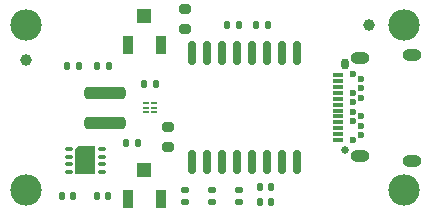
<source format=gts>
%TF.GenerationSoftware,KiCad,Pcbnew,7.0.1*%
%TF.CreationDate,2023-03-24T10:32:53-04:00*%
%TF.ProjectId,wingbeat_detector,77696e67-6265-4617-945f-646574656374,3.0*%
%TF.SameCoordinates,Original*%
%TF.FileFunction,Soldermask,Top*%
%TF.FilePolarity,Negative*%
%FSLAX46Y46*%
G04 Gerber Fmt 4.6, Leading zero omitted, Abs format (unit mm)*
G04 Created by KiCad (PCBNEW 7.0.1) date 2023-03-24 10:32:53*
%MOMM*%
%LPD*%
G01*
G04 APERTURE LIST*
G04 Aperture macros list*
%AMRoundRect*
0 Rectangle with rounded corners*
0 $1 Rounding radius*
0 $2 $3 $4 $5 $6 $7 $8 $9 X,Y pos of 4 corners*
0 Add a 4 corners polygon primitive as box body*
4,1,4,$2,$3,$4,$5,$6,$7,$8,$9,$2,$3,0*
0 Add four circle primitives for the rounded corners*
1,1,$1+$1,$2,$3*
1,1,$1+$1,$4,$5*
1,1,$1+$1,$6,$7*
1,1,$1+$1,$8,$9*
0 Add four rect primitives between the rounded corners*
20,1,$1+$1,$2,$3,$4,$5,0*
20,1,$1+$1,$4,$5,$6,$7,0*
20,1,$1+$1,$6,$7,$8,$9,0*
20,1,$1+$1,$8,$9,$2,$3,0*%
%AMFreePoly0*
4,1,18,-0.825000,0.870000,-0.495000,1.200000,0.742500,1.200000,0.774071,1.193720,0.800836,1.175836,0.818720,1.149071,0.825000,1.117500,0.825000,-1.117500,0.818720,-1.149071,0.800836,-1.175836,0.774071,-1.193720,0.742500,-1.200000,-0.742500,-1.200000,-0.774071,-1.193720,-0.800836,-1.175836,-0.818720,-1.149071,-0.825000,-1.117500,-0.825000,0.870000,-0.825000,0.870000,$1*%
%AMFreePoly1*
4,1,18,-0.237500,0.075000,-0.233694,0.094134,-0.222855,0.110355,-0.206634,0.121194,-0.187500,0.125000,0.137500,0.125000,0.237500,0.025000,0.237500,-0.075000,0.233694,-0.094134,0.222855,-0.110355,0.206634,-0.121194,0.187500,-0.125000,-0.187500,-0.125000,-0.206634,-0.121194,-0.222855,-0.110355,-0.233694,-0.094134,-0.237500,-0.075000,-0.237500,0.075000,-0.237500,0.075000,$1*%
G04 Aperture macros list end*
%ADD10C,2.660000*%
%ADD11C,0.650000*%
%ADD12O,0.650000X0.950000*%
%ADD13R,0.900000X0.300000*%
%ADD14C,0.600000*%
%ADD15O,1.600000X1.000000*%
%ADD16RoundRect,0.135000X0.135000X0.185000X-0.135000X0.185000X-0.135000X-0.185000X0.135000X-0.185000X0*%
%ADD17RoundRect,0.030000X-0.270000X-0.120000X0.270000X-0.120000X0.270000X0.120000X-0.270000X0.120000X0*%
%ADD18FreePoly0,0.000000*%
%ADD19RoundRect,0.135000X-0.135000X-0.185000X0.135000X-0.185000X0.135000X0.185000X-0.135000X0.185000X0*%
%ADD20C,1.000000*%
%ADD21RoundRect,0.150000X-0.150000X0.875000X-0.150000X-0.875000X0.150000X-0.875000X0.150000X0.875000X0*%
%ADD22RoundRect,0.135000X0.185000X-0.135000X0.185000X0.135000X-0.185000X0.135000X-0.185000X-0.135000X0*%
%ADD23RoundRect,0.135000X-0.185000X0.135000X-0.185000X-0.135000X0.185000X-0.135000X0.185000X0.135000X0*%
%ADD24RoundRect,0.200000X-0.275000X0.200000X-0.275000X-0.200000X0.275000X-0.200000X0.275000X0.200000X0*%
%ADD25RoundRect,0.200000X0.275000X-0.200000X0.275000X0.200000X-0.275000X0.200000X-0.275000X-0.200000X0*%
%ADD26RoundRect,0.140000X0.140000X0.170000X-0.140000X0.170000X-0.140000X-0.170000X0.140000X-0.170000X0*%
%ADD27RoundRect,0.250000X-1.500000X-0.250000X1.500000X-0.250000X1.500000X0.250000X-1.500000X0.250000X0*%
%ADD28R,0.890000X1.550000*%
%ADD29R,1.270000X1.270000*%
%ADD30RoundRect,0.140000X-0.140000X-0.170000X0.140000X-0.170000X0.140000X0.170000X-0.140000X0.170000X0*%
%ADD31FreePoly1,0.000000*%
%ADD32RoundRect,0.050000X-0.187500X-0.075000X0.187500X-0.075000X0.187500X0.075000X-0.187500X0.075000X0*%
G04 APERTURE END LIST*
D10*
%TO.C,H2*%
X166000000Y-93000000D03*
%TD*%
D11*
%TO.C,J1*%
X161000000Y-103550000D03*
D12*
X161000000Y-96350000D03*
D13*
X160440000Y-102750000D03*
X160440000Y-102250000D03*
X160440000Y-101750000D03*
X160440000Y-101250000D03*
X160440000Y-100750000D03*
X160440000Y-100250000D03*
X160440000Y-99750000D03*
X160440000Y-99250000D03*
X160440000Y-98750000D03*
X160440000Y-98250000D03*
X160440000Y-97750000D03*
X160440000Y-97250000D03*
D14*
X161650000Y-97150000D03*
X162350000Y-97550000D03*
X162350000Y-98350000D03*
X161650000Y-98750000D03*
X162350000Y-99150000D03*
X161650000Y-99550000D03*
X161650000Y-100350000D03*
X162350000Y-100750000D03*
X161650000Y-101150000D03*
X162350000Y-101550000D03*
X162350000Y-102350000D03*
X161650000Y-102750000D03*
D15*
X162250000Y-104080000D03*
X162250000Y-95820000D03*
X166700000Y-104490000D03*
X166700000Y-95510000D03*
%TD*%
D16*
%TO.C,R14*%
X138510000Y-96500000D03*
X137490000Y-96500000D03*
%TD*%
D17*
%TO.C,U4*%
X137600000Y-103500000D03*
X137600000Y-104150000D03*
X137600000Y-104800000D03*
X137600000Y-105450000D03*
X140400000Y-105450000D03*
X140400000Y-104800000D03*
X140400000Y-104150000D03*
X140400000Y-103500000D03*
D18*
X139000000Y-104475000D03*
%TD*%
D19*
%TO.C,R9*%
X150990000Y-93000000D03*
X152010000Y-93000000D03*
%TD*%
D20*
%TO.C,FID1*%
X134000000Y-96000000D03*
%TD*%
D21*
%TO.C,U2*%
X156945000Y-95350000D03*
X155675000Y-95350000D03*
X154405000Y-95350000D03*
X153135000Y-95350000D03*
X151865000Y-95350000D03*
X150595000Y-95350000D03*
X149325000Y-95350000D03*
X148055000Y-95350000D03*
X148055000Y-104650000D03*
X149325000Y-104650000D03*
X150595000Y-104650000D03*
X151865000Y-104650000D03*
X153135000Y-104650000D03*
X154405000Y-104650000D03*
X155675000Y-104650000D03*
X156945000Y-104650000D03*
%TD*%
D22*
%TO.C,R12*%
X149750000Y-108010000D03*
X149750000Y-106990000D03*
%TD*%
D10*
%TO.C,H4*%
X134000000Y-107000000D03*
%TD*%
D23*
%TO.C,R10*%
X147500000Y-106990000D03*
X147500000Y-108010000D03*
%TD*%
D19*
%TO.C,R1*%
X142490000Y-103000000D03*
X143510000Y-103000000D03*
%TD*%
D22*
%TO.C,R11*%
X152000000Y-108010000D03*
X152000000Y-106990000D03*
%TD*%
D24*
%TO.C,R5*%
X146000000Y-101675000D03*
X146000000Y-103325000D03*
%TD*%
D25*
%TO.C,R7*%
X147500000Y-93325000D03*
X147500000Y-91675000D03*
%TD*%
D10*
%TO.C,H3*%
X166000000Y-107000000D03*
%TD*%
D26*
%TO.C,C8*%
X154730000Y-108000000D03*
X153770000Y-108000000D03*
%TD*%
D27*
%TO.C,D1*%
X140675000Y-101270000D03*
X140675000Y-98730000D03*
%TD*%
D28*
%TO.C,RV2*%
X142605000Y-107720000D03*
D29*
X144000000Y-105280000D03*
D28*
X145395000Y-107720000D03*
%TD*%
D30*
%TO.C,C6*%
X153770000Y-106750000D03*
X154730000Y-106750000D03*
%TD*%
%TO.C,C10*%
X137020000Y-107500000D03*
X137980000Y-107500000D03*
%TD*%
D20*
%TO.C,FID3*%
X163000000Y-93000000D03*
%TD*%
D16*
%TO.C,R2*%
X154510000Y-93000000D03*
X153490000Y-93000000D03*
%TD*%
D26*
%TO.C,C12*%
X144980000Y-98000000D03*
X144020000Y-98000000D03*
%TD*%
D31*
%TO.C,U5*%
X144137500Y-99600000D03*
D32*
X144137500Y-100000000D03*
X144137500Y-100400000D03*
X144862500Y-100400000D03*
X144862500Y-100000000D03*
X144862500Y-99600000D03*
%TD*%
D10*
%TO.C,H1*%
X134000000Y-93000000D03*
%TD*%
D16*
%TO.C,R13*%
X141010000Y-96500000D03*
X139990000Y-96500000D03*
%TD*%
D30*
%TO.C,C11*%
X140020000Y-107500000D03*
X140980000Y-107500000D03*
%TD*%
D28*
%TO.C,RV1*%
X142605000Y-94720000D03*
D29*
X144000000Y-92280000D03*
D28*
X145395000Y-94720000D03*
%TD*%
M02*

</source>
